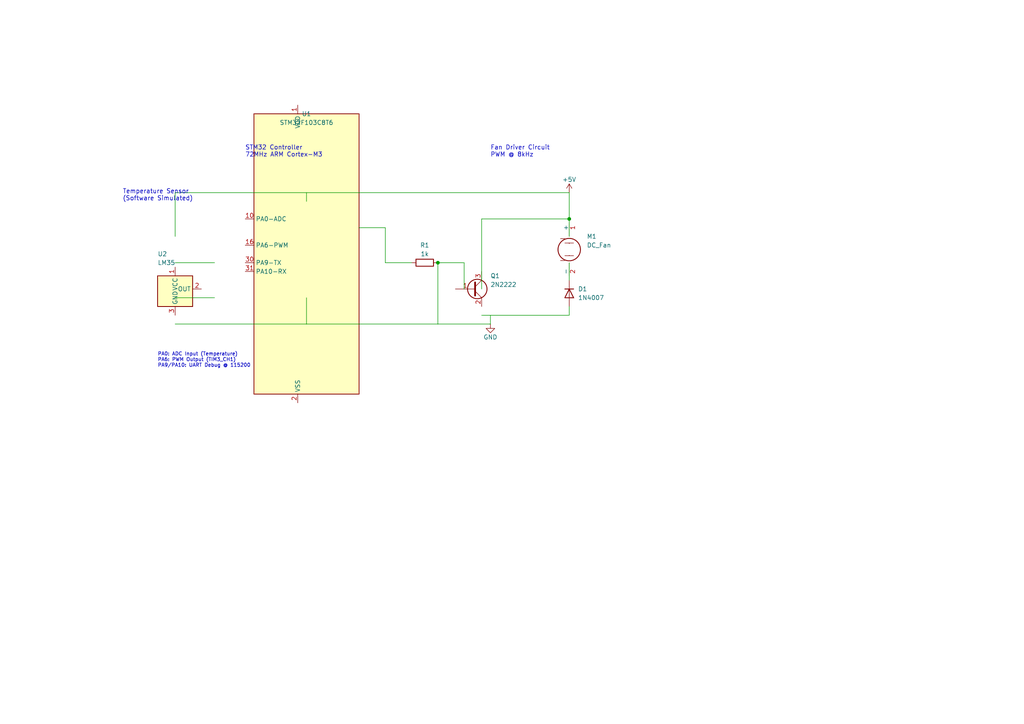
<source format=kicad_sch>
(kicad_sch (version 20230121) (generator eeschema)
  (paper "A4")
  (title_block (title "STM32F103C8 Fan Control System") (date "2025-11-07") (rev "1.0") (company "Real-Time Systems Project") (comment 1 "Temperature-controlled DC fan using PWM") (comment 2 "LM35 sensor simulation in software") (comment 3 "UART debug output on PA9/PA10"))
  (lib_symbols
    (symbol "MCU_ST_STM32F1:STM32F103C8Tx"
      (property "Reference" "U1" (at 0 2.54 0))
      (property "Value" "STM32F103C8T6" (at 0 0 0))
      (symbol "STM32F103C8Tx_0_1"
        (rectangle (start -15.24 40.64) (end 15.24 -40.64) (stroke (width 0.254)) (fill (type background)))
      )
      (symbol "STM32F103C8Tx_1_1"
        (pin power_in line (at -2.54 43.18 270) (length 2.54) (name "VDD") (number "1"))
        (pin power_in line (at -2.54 -43.18 90) (length 2.54) (name "VSS") (number "2"))
        (pin bidirectional line (at -17.78 10.16 0) (length 2.54) (name "PA0-ADC") (number "10"))
        (pin bidirectional line (at -17.78 2.54 0) (length 2.54) (name "PA6-PWM") (number "16"))
        (pin bidirectional line (at -17.78 -2.54 0) (length 2.54) (name "PA9-TX") (number "30"))
        (pin bidirectional line (at -17.78 -5.08 0) (length 2.54) (name "PA10-RX") (number "31"))
      )
    )
    (symbol "Sensor_Temperature:LM35"
      (property "Reference" "U2" (at 0 5.08 0))
      (property "Value" "LM35" (at 0 2.54 0))
      (symbol "LM35_0_1"
        (rectangle (start -5.08 1.27) (end 5.08 -7.62) (stroke (width 0.254)) (fill (type background)))
      )
      (symbol "LM35_1_1"
        (pin power_in line (at 0 3.81 270) (length 2.54) (name "VCC") (number "1"))
        (pin output line (at 7.62 -2.54 180) (length 2.54) (name "OUT") (number "2"))
        (pin power_in line (at 0 -10.16 90) (length 2.54) (name "GND") (number "3"))
      )
    )
    (symbol "Transistor_BJT:2N2222" (pin_names (offset 0) hide)
      (property "Reference" "Q1" (at 5.08 1.905 0))
      (property "Value" "2N2222" (at 5.08 0 0))
      (symbol "2N2222_0_1"
        (polyline (pts (xy 0.635 0.635) (xy 2.54 2.54)))
        (polyline (pts (xy 0.635 -0.635) (xy 2.54 -2.54) (xy 2.54 -2.54)))
        (polyline (pts (xy 0.635 1.905) (xy 0.635 -1.905) (xy 0.635 -1.905)) (stroke (width 0.508)))
        (circle (center 1.27 0) (radius 2.8194) (stroke (width 0.254)))
      )
      (symbol "2N2222_1_1"
        (pin input line (at -5.08 0 0) (length 5.715) (name "B") (number "1"))
        (pin passive line (at 2.54 -5.08 90) (length 2.54) (name "E") (number "2"))
        (pin passive line (at 2.54 5.08 270) (length 2.54) (name "C") (number "3"))
      )
    )
    (symbol "Device:R" (pin_numbers hide) (pin_names (offset 0))
      (property "Reference" "R1" (at 2.032 0 90))
      (property "Value" "1k" (at 0 0 90))
      (symbol "R_0_1"
        (rectangle (start -1.016 -2.54) (end 1.016 2.54) (stroke (width 0.254)))
      )
      (symbol "R_1_1"
        (pin passive line (at 0 3.81 270) (length 1.27) (name "~") (number "1"))
        (pin passive line (at 0 -3.81 90) (length 1.27) (name "~") (number "2"))
      )
    )
    (symbol "Diode:1N4007" (pin_numbers hide) (pin_names hide)
      (property "Reference" "D1" (at 0 2.54 0))
      (property "Value" "1N4007" (at 0 -2.54 0))
      (symbol "1N4007_0_1"
        (polyline (pts (xy -1.27 1.27) (xy -1.27 -1.27)) (stroke (width 0.254)))
        (polyline (pts (xy 1.27 0) (xy -1.27 0)))
        (polyline (pts (xy 1.27 1.27) (xy 1.27 -1.27) (xy -1.27 0) (xy 1.27 1.27)) (stroke (width 0.254)))
      )
      (symbol "1N4007_1_1"
        (pin passive line (at -3.81 0 0) (length 2.54) (name "K") (number "1"))
        (pin passive line (at 3.81 0 180) (length 2.54) (name "A") (number "2"))
      )
    )
    (symbol "Motor:Motor_DC" (pin_names (offset 0))
      (property "Reference" "M1" (at 2.54 3.81 0))
      (property "Value" "DC_Fan" (at 2.54 1.905 0))
      (symbol "Motor_DC_0_0"
        (polyline (pts (xy -1.27 -3.175) (xy -2.54 -3.175)))
        (polyline (pts (xy -1.27 3.175) (xy -2.54 3.175)))
      )
      (symbol "Motor_DC_0_1"
        (circle (center 0 0) (radius 3.2512) (stroke (width 0.254)))
        (polyline (pts (xy -1.27 -1.778) (xy 1.27 -1.778)))
        (polyline (pts (xy -1.27 1.905) (xy 1.27 1.905)))
        (polyline (pts (xy 0 -5.08) (xy 0 -3.8354)))
        (polyline (pts (xy 0 -1.7272) (xy 0 -1.651)))
        (polyline (pts (xy 0 1.7272) (xy 0 1.905)))
        (polyline (pts (xy 0 5.08) (xy 0 3.8354)))
      )
      (symbol "Motor_DC_1_1"
        (pin passive line (at 0 7.62 270) (length 2.54) (name "+") (number "1"))
        (pin passive line (at 0 -7.62 90) (length 2.54) (name "-") (number "2"))
      )
    )
    (symbol "power:+5V" (power) (pin_names (offset 0))
      (property "Value" "+5V" (at 0 3.556 0))
      (symbol "+5V_0_1"
        (polyline (pts (xy -0.762 1.27) (xy 0 2.54)))
        (polyline (pts (xy 0 0) (xy 0 2.54)))
        (polyline (pts (xy 0 2.54) (xy 0.762 1.27)))
      )
      (symbol "+5V_1_1"
        (pin power_in line (at 0 0 90) (length 0) hide (name "+5V") (number "1"))
      )
    )
    (symbol "power:GND" (power) (pin_names (offset 0))
      (property "Value" "GND" (at 0 -3.81 0))
      (symbol "GND_0_1"
        (polyline (pts (xy 0 0) (xy 0 -1.27) (xy 1.27 -1.27) (xy 0 -2.54) (xy -1.27 -1.27) (xy 0 -1.27)))
      )
      (symbol "GND_1_1"
        (pin power_in line (at 0 0 270) (length 0) hide (name "GND") (number "1"))
      )
    )
  )
  (junction (at 127 76.2))
  (junction (at 165.1 63.5))
  (wire (pts (xy 50.8 76.2) (xy 62.23 76.2)))
  (wire (pts (xy 62.23 86.36) (xy 50.8 86.36)))
  (wire (pts (xy 104.14 66.04) (xy 111.76 66.04)))
  (wire (pts (xy 111.76 66.04) (xy 111.76 76.2)))
  (wire (pts (xy 111.76 76.2) (xy 119.38 76.2)))
  (wire (pts (xy 127 76.2) (xy 134.62 76.2)))
  (wire (pts (xy 134.62 76.2) (xy 134.62 83.82)))
  (wire (pts (xy 139.7 83.82) (xy 139.7 63.5)))
  (wire (pts (xy 139.7 63.5) (xy 165.1 63.5)))
  (wire (pts (xy 165.1 63.5) (xy 165.1 68.58)))
  (wire (pts (xy 165.1 76.2) (xy 165.1 81.28)))
  (wire (pts (xy 165.1 88.9) (xy 165.1 91.44)))
  (wire (pts (xy 139.7 91.44) (xy 165.1 91.44)))
  (wire (pts (xy 142.24 91.44) (xy 142.24 93.98)))
  (wire (pts (xy 127 76.2) (xy 127 93.98)))
  (wire (pts (xy 88.9 86.36) (xy 88.9 93.98)))
  (wire (pts (xy 50.8 93.98) (xy 88.9 93.98)))
  (wire (pts (xy 88.9 93.98) (xy 127 93.98)))
  (wire (pts (xy 127 93.98) (xy 142.24 93.98)))
  (wire (pts (xy 165.1 63.5) (xy 165.1 55.88)))
  (wire (pts (xy 88.9 58.42) (xy 88.9 55.88)))
  (wire (pts (xy 50.8 68.58) (xy 50.8 55.88)))
  (wire (pts (xy 50.8 55.88) (xy 88.9 55.88)))
  (wire (pts (xy 88.9 55.88) (xy 165.1 55.88)))
  (text "Temperature Sensor\n(Software Simulated)" (at 35.56 58.42 0) (effects (font (size 1.27 1.27)) (justify left bottom)))
  (text "STM32 Controller\n72MHz ARM Cortex-M3" (at 71.12 45.72 0) (effects (font (size 1.27 1.27)) (justify left bottom)))
  (text "Fan Driver Circuit\nPWM @ 8kHz" (at 142.24 45.72 0) (effects (font (size 1.27 1.27)) (justify left bottom)))
  (text "PA0: ADC Input (Temperature)\nPA6: PWM Output (TIM3_CH1)\nPA9/PA10: UART Debug @ 115200" (at 45.72 106.68 0) (effects (font (size 1.016 1.016)) (justify left bottom)))
  (symbol (lib_id "Sensor_Temperature:LM35") (at 50.8 81.28 0) (unit 1)
    (property "Reference" "U2" (at 45.72 73.66 0) (effects (justify left)))
    (property "Value" "LM35" (at 45.72 76.2 0) (effects (justify left)))
    (property "Footprint" "Package_TO_SOT_THT:TO-92_Inline" (effects hide))
  )
  (symbol (lib_id "MCU_ST_STM32F1:STM32F103C8Tx") (at 88.9 73.66 0) (unit 1)
    (property "Reference" "U1" (at 88.9 33.02 0))
    (property "Value" "STM32F103C8T6" (at 88.9 35.56 0))
    (property "Footprint" "Package_QFP:LQFP-48_7x7mm_P0.5mm" (effects hide))
  )
  (symbol (lib_id "Device:R") (at 123.19 76.2 90) (unit 1)
    (property "Reference" "R1" (at 123.19 71.12 90))
    (property "Value" "1k" (at 123.19 73.66 90))
    (property "Footprint" "Resistor_THT:R_Axial_DIN0207_L6.3mm_D2.5mm_P10.16mm_Horizontal" (effects hide))
  )
  (symbol (lib_id "Transistor_BJT:2N2222") (at 137.16 83.82 0) (unit 1)
    (property "Reference" "Q1" (at 142.24 80.01 0) (effects (justify left)))
    (property "Value" "2N2222" (at 142.24 82.55 0) (effects (justify left)))
    (property "Footprint" "Package_TO_SOT_THT:TO-92_Inline" (effects hide))
  )
  (symbol (lib_id "Diode:1N4007") (at 165.1 85.09 270) (unit 1)
    (property "Reference" "D1" (at 167.64 83.82 90) (effects (justify left)))
    (property "Value" "1N4007" (at 167.64 86.36 90) (effects (justify left)))
    (property "Footprint" "Diode_THT:D_DO-41_SOD81_P10.16mm_Horizontal" (effects hide))
  )
  (symbol (lib_id "Motor:Motor_DC") (at 165.1 72.39 0) (unit 1)
    (property "Reference" "M1" (at 170.18 68.58 0) (effects (justify left)))
    (property "Value" "DC_Fan" (at 170.18 71.12 0) (effects (justify left)))
  )
  (symbol (lib_id "power:+5V") (at 165.1 55.88 0) (unit 1)
    (property "Reference" "#PWR01" (effects hide))
    (property "Value" "+5V" (at 165.1 52.07 0))
  )
  (symbol (lib_id "power:GND") (at 142.24 93.98 0) (unit 1)
    (property "Reference" "#PWR02" (effects hide))
    (property "Value" "GND" (at 142.24 97.79 0))
  )
)
</source>
